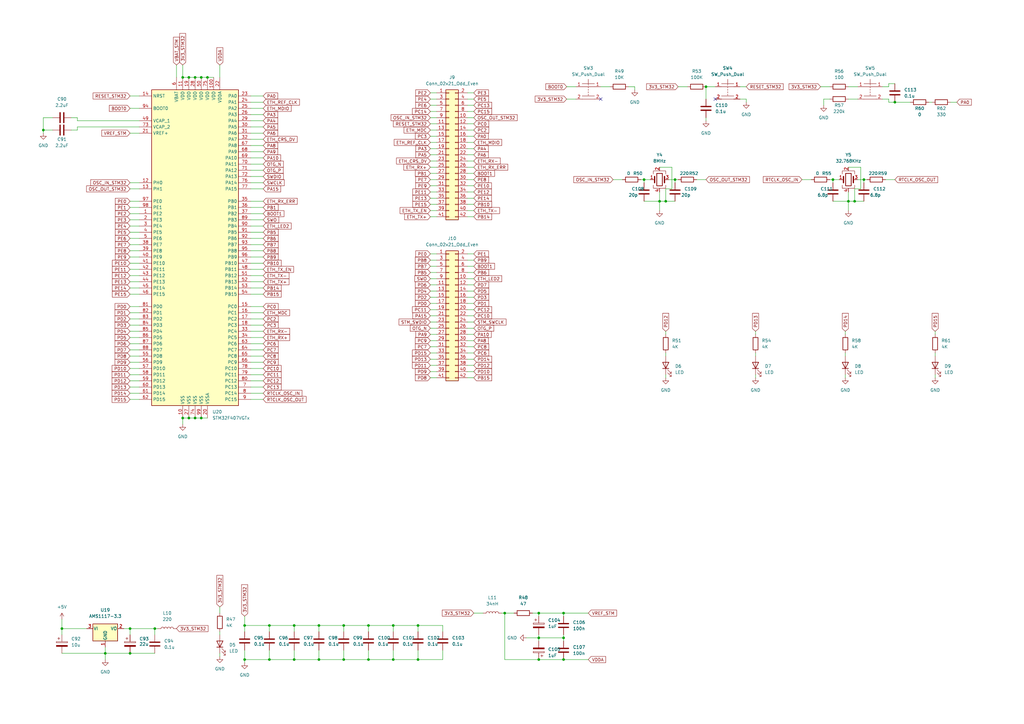
<source format=kicad_sch>
(kicad_sch (version 20211123) (generator eeschema)
  (paper "A3")
  (junction (at 220.98 270.51))
  (junction (at 231.14 270.51))
  (junction (at 43.18 267.97))
  (junction (at 53.34 257.81))
  (junction (at 82.55 171.45))
  (junction (at 231.14 251.46))
  (junction (at 85.09 31.75))
  (junction (at 161.29 270.51))
  (junction (at 120.65 256.54))
  (junction (at 151.13 256.54))
  (junction (at 77.47 31.75))
  (junction (at 74.93 171.45))
  (junction (at 220.98 251.46))
  (junction (at 110.49 270.51))
  (junction (at 25.4 257.81))
  (junction (at 264.16 73.66))
  (junction (at 171.45 270.51))
  (junction (at 347.98 82.55))
  (junction (at 171.45 256.54))
  (junction (at 80.01 171.45))
  (junction (at 354.33 73.66))
  (junction (at 207.01 251.46))
  (junction (at 220.98 261.62))
  (junction (at 53.34 267.97))
  (junction (at 350.52 82.55))
  (junction (at 231.14 261.62))
  (junction (at 130.81 270.51))
  (junction (at 140.97 270.51))
  (junction (at 82.55 31.75))
  (junction (at 63.5 257.81))
  (junction (at 110.49 256.54))
  (junction (at 276.86 73.66))
  (junction (at 100.33 270.51))
  (junction (at 367.03 41.91))
  (junction (at 80.01 31.75))
  (junction (at 74.93 31.75))
  (junction (at 151.13 270.51))
  (junction (at 270.51 82.55))
  (junction (at 289.56 35.56))
  (junction (at 77.47 171.45))
  (junction (at 120.65 270.51))
  (junction (at 17.78 53.34))
  (junction (at 130.81 256.54))
  (junction (at 161.29 256.54))
  (junction (at 273.05 82.55))
  (junction (at 100.33 256.54))
  (junction (at 140.97 256.54))
  (junction (at 341.63 73.66))
  (no_connect (at 246.38 40.64))
  (no_connect (at 293.37 40.64))
  (wire (pts (xy 130.81 256.54) (xy 140.97 256.54)))
  (wire (pts (xy 29.21 53.34) (xy 31.75 53.34)))
  (wire (pts (xy 191.77 73.66) (xy 194.31 73.66)))
  (wire (pts (xy 53.34 107.95) (xy 57.15 107.95)))
  (wire (pts (xy 383.54 144.78) (xy 383.54 146.05)))
  (wire (pts (xy 53.34 77.47) (xy 57.15 77.47)))
  (wire (pts (xy 176.53 154.94) (xy 179.07 154.94)))
  (wire (pts (xy 191.77 83.82) (xy 194.31 83.82)))
  (wire (pts (xy 74.93 26.67) (xy 74.93 31.75)))
  (wire (pts (xy 25.4 260.35) (xy 25.4 257.81)))
  (wire (pts (xy 191.77 63.5) (xy 194.31 63.5)))
  (wire (pts (xy 353.06 68.58) (xy 353.06 77.47)))
  (wire (pts (xy 140.97 256.54) (xy 140.97 259.08)))
  (wire (pts (xy 191.77 129.54) (xy 194.31 129.54)))
  (wire (pts (xy 364.49 40.64) (xy 364.49 41.91)))
  (wire (pts (xy 102.87 59.69) (xy 107.95 59.69)))
  (wire (pts (xy 347.98 40.64) (xy 351.79 40.64)))
  (wire (pts (xy 176.53 76.2) (xy 179.07 76.2)))
  (wire (pts (xy 53.34 115.57) (xy 57.15 115.57)))
  (wire (pts (xy 110.49 270.51) (xy 120.65 270.51)))
  (wire (pts (xy 191.77 60.96) (xy 194.31 60.96)))
  (wire (pts (xy 63.5 257.81) (xy 64.77 257.81)))
  (wire (pts (xy 181.61 256.54) (xy 181.61 259.08)))
  (wire (pts (xy 151.13 256.54) (xy 161.29 256.54)))
  (wire (pts (xy 176.53 106.68) (xy 179.07 106.68)))
  (wire (pts (xy 102.87 54.61) (xy 107.95 54.61)))
  (wire (pts (xy 140.97 266.7) (xy 140.97 270.51)))
  (wire (pts (xy 383.54 135.89) (xy 383.54 137.16)))
  (wire (pts (xy 130.81 256.54) (xy 130.81 259.08)))
  (wire (pts (xy 102.87 57.15) (xy 107.95 57.15)))
  (wire (pts (xy 191.77 76.2) (xy 194.31 76.2)))
  (wire (pts (xy 53.34 130.81) (xy 57.15 130.81)))
  (wire (pts (xy 251.46 73.66) (xy 255.27 73.66)))
  (wire (pts (xy 176.53 71.12) (xy 179.07 71.12)))
  (wire (pts (xy 53.34 105.41) (xy 57.15 105.41)))
  (wire (pts (xy 100.33 256.54) (xy 110.49 256.54)))
  (wire (pts (xy 176.53 152.4) (xy 179.07 152.4)))
  (wire (pts (xy 102.87 100.33) (xy 107.95 100.33)))
  (wire (pts (xy 176.53 147.32) (xy 179.07 147.32)))
  (wire (pts (xy 347.98 82.55) (xy 350.52 82.55)))
  (wire (pts (xy 347.98 82.55) (xy 347.98 86.36)))
  (wire (pts (xy 171.45 256.54) (xy 171.45 259.08)))
  (wire (pts (xy 53.34 54.61) (xy 57.15 54.61)))
  (wire (pts (xy 191.77 50.8) (xy 194.31 50.8)))
  (wire (pts (xy 275.59 77.47) (xy 273.05 77.47)))
  (wire (pts (xy 351.79 73.66) (xy 354.33 73.66)))
  (wire (pts (xy 257.81 35.56) (xy 260.35 35.56)))
  (wire (pts (xy 181.61 266.7) (xy 181.61 270.51)))
  (wire (pts (xy 191.77 45.72) (xy 194.31 45.72)))
  (wire (pts (xy 191.77 38.1) (xy 194.31 38.1)))
  (wire (pts (xy 102.87 74.93) (xy 107.95 74.93)))
  (wire (pts (xy 102.87 118.11) (xy 107.95 118.11)))
  (wire (pts (xy 102.87 143.51) (xy 107.95 143.51)))
  (wire (pts (xy 151.13 256.54) (xy 151.13 259.08)))
  (wire (pts (xy 53.34 156.21) (xy 57.15 156.21)))
  (wire (pts (xy 191.77 116.84) (xy 194.31 116.84)))
  (wire (pts (xy 53.34 260.35) (xy 53.34 257.81)))
  (wire (pts (xy 110.49 256.54) (xy 110.49 259.08)))
  (wire (pts (xy 231.14 260.35) (xy 231.14 261.62)))
  (wire (pts (xy 383.54 153.67) (xy 383.54 154.94)))
  (wire (pts (xy 53.34 39.37) (xy 57.15 39.37)))
  (wire (pts (xy 102.87 153.67) (xy 107.95 153.67)))
  (wire (pts (xy 191.77 149.86) (xy 194.31 149.86)))
  (wire (pts (xy 161.29 270.51) (xy 171.45 270.51)))
  (wire (pts (xy 102.87 77.47) (xy 107.95 77.47)))
  (wire (pts (xy 102.87 138.43) (xy 107.95 138.43)))
  (wire (pts (xy 17.78 53.34) (xy 17.78 48.26)))
  (wire (pts (xy 231.14 251.46) (xy 241.3 251.46)))
  (wire (pts (xy 102.87 102.87) (xy 107.95 102.87)))
  (wire (pts (xy 220.98 251.46) (xy 220.98 252.73)))
  (wire (pts (xy 306.07 40.64) (xy 306.07 41.91)))
  (wire (pts (xy 303.53 35.56) (xy 306.07 35.56)))
  (wire (pts (xy 264.16 82.55) (xy 270.51 82.55)))
  (wire (pts (xy 100.33 270.51) (xy 110.49 270.51)))
  (wire (pts (xy 191.77 104.14) (xy 194.31 104.14)))
  (wire (pts (xy 120.65 256.54) (xy 130.81 256.54)))
  (wire (pts (xy 346.71 153.67) (xy 346.71 154.94)))
  (wire (pts (xy 31.75 48.26) (xy 29.21 48.26)))
  (wire (pts (xy 102.87 64.77) (xy 107.95 64.77)))
  (wire (pts (xy 273.05 82.55) (xy 276.86 82.55)))
  (wire (pts (xy 176.53 134.62) (xy 179.07 134.62)))
  (wire (pts (xy 176.53 45.72) (xy 179.07 45.72)))
  (wire (pts (xy 264.16 73.66) (xy 266.7 73.66)))
  (wire (pts (xy 53.34 44.45) (xy 57.15 44.45)))
  (wire (pts (xy 194.31 251.46) (xy 198.12 251.46)))
  (wire (pts (xy 17.78 54.61) (xy 17.78 53.34)))
  (wire (pts (xy 90.17 248.92) (xy 90.17 251.46)))
  (wire (pts (xy 53.34 87.63) (xy 57.15 87.63)))
  (wire (pts (xy 176.53 43.18) (xy 179.07 43.18)))
  (wire (pts (xy 102.87 82.55) (xy 107.95 82.55)))
  (wire (pts (xy 273.05 153.67) (xy 273.05 154.94)))
  (wire (pts (xy 176.53 129.54) (xy 179.07 129.54)))
  (wire (pts (xy 191.77 88.9) (xy 194.31 88.9)))
  (wire (pts (xy 85.09 31.75) (xy 87.63 31.75)))
  (wire (pts (xy 43.18 267.97) (xy 43.18 265.43)))
  (wire (pts (xy 191.77 55.88) (xy 194.31 55.88)))
  (wire (pts (xy 276.86 73.66) (xy 278.13 73.66)))
  (wire (pts (xy 328.93 73.66) (xy 332.74 73.66)))
  (wire (pts (xy 80.01 171.45) (xy 82.55 171.45)))
  (wire (pts (xy 231.14 251.46) (xy 231.14 252.73)))
  (wire (pts (xy 53.34 135.89) (xy 57.15 135.89)))
  (wire (pts (xy 31.75 52.07) (xy 31.75 53.34)))
  (wire (pts (xy 191.77 71.12) (xy 194.31 71.12)))
  (wire (pts (xy 361.95 40.64) (xy 364.49 40.64)))
  (wire (pts (xy 102.87 92.71) (xy 107.95 92.71)))
  (wire (pts (xy 176.53 142.24) (xy 179.07 142.24)))
  (wire (pts (xy 102.87 72.39) (xy 107.95 72.39)))
  (wire (pts (xy 191.77 58.42) (xy 194.31 58.42)))
  (wire (pts (xy 207.01 251.46) (xy 210.82 251.46)))
  (wire (pts (xy 191.77 114.3) (xy 194.31 114.3)))
  (wire (pts (xy 191.77 134.62) (xy 194.31 134.62)))
  (wire (pts (xy 57.15 49.53) (xy 31.75 49.53)))
  (wire (pts (xy 102.87 146.05) (xy 107.95 146.05)))
  (wire (pts (xy 270.51 82.55) (xy 273.05 82.55)))
  (wire (pts (xy 77.47 31.75) (xy 80.01 31.75)))
  (wire (pts (xy 102.87 97.79) (xy 107.95 97.79)))
  (wire (pts (xy 347.98 68.58) (xy 353.06 68.58)))
  (wire (pts (xy 354.33 73.66) (xy 354.33 74.93)))
  (wire (pts (xy 353.06 77.47) (xy 350.52 77.47)))
  (wire (pts (xy 341.63 82.55) (xy 347.98 82.55)))
  (wire (pts (xy 274.32 73.66) (xy 276.86 73.66)))
  (wire (pts (xy 53.34 163.83) (xy 57.15 163.83)))
  (wire (pts (xy 289.56 48.26) (xy 289.56 49.53)))
  (wire (pts (xy 176.53 81.28) (xy 179.07 81.28)))
  (wire (pts (xy 354.33 73.66) (xy 355.6 73.66)))
  (wire (pts (xy 176.53 50.8) (xy 179.07 50.8)))
  (wire (pts (xy 341.63 73.66) (xy 344.17 73.66)))
  (wire (pts (xy 25.4 267.97) (xy 43.18 267.97)))
  (wire (pts (xy 191.77 132.08) (xy 194.31 132.08)))
  (wire (pts (xy 74.93 171.45) (xy 74.93 173.99)))
  (wire (pts (xy 191.77 86.36) (xy 194.31 86.36)))
  (wire (pts (xy 389.89 41.91) (xy 392.43 41.91)))
  (wire (pts (xy 191.77 154.94) (xy 194.31 154.94)))
  (wire (pts (xy 215.9 261.62) (xy 220.98 261.62)))
  (wire (pts (xy 191.77 137.16) (xy 194.31 137.16)))
  (wire (pts (xy 102.87 107.95) (xy 107.95 107.95)))
  (wire (pts (xy 53.34 128.27) (xy 57.15 128.27)))
  (wire (pts (xy 17.78 53.34) (xy 21.59 53.34)))
  (wire (pts (xy 102.87 105.41) (xy 107.95 105.41)))
  (wire (pts (xy 176.53 144.78) (xy 179.07 144.78)))
  (wire (pts (xy 364.49 34.29) (xy 367.03 34.29)))
  (wire (pts (xy 102.87 135.89) (xy 107.95 135.89)))
  (wire (pts (xy 102.87 85.09) (xy 107.95 85.09)))
  (wire (pts (xy 102.87 115.57) (xy 107.95 115.57)))
  (wire (pts (xy 191.77 111.76) (xy 194.31 111.76)))
  (wire (pts (xy 218.44 251.46) (xy 220.98 251.46)))
  (wire (pts (xy 53.34 85.09) (xy 57.15 85.09)))
  (wire (pts (xy 53.34 74.93) (xy 57.15 74.93)))
  (wire (pts (xy 270.51 82.55) (xy 270.51 86.36)))
  (wire (pts (xy 350.52 77.47) (xy 350.52 82.55)))
  (wire (pts (xy 176.53 137.16) (xy 179.07 137.16)))
  (wire (pts (xy 341.63 73.66) (xy 341.63 74.93)))
  (wire (pts (xy 102.87 133.35) (xy 107.95 133.35)))
  (wire (pts (xy 220.98 261.62) (xy 231.14 261.62)))
  (wire (pts (xy 100.33 252.73) (xy 100.33 256.54)))
  (wire (pts (xy 43.18 267.97) (xy 43.18 270.51)))
  (wire (pts (xy 191.77 119.38) (xy 194.31 119.38)))
  (wire (pts (xy 171.45 270.51) (xy 171.45 266.7)))
  (wire (pts (xy 102.87 128.27) (xy 107.95 128.27)))
  (wire (pts (xy 161.29 266.7) (xy 161.29 270.51)))
  (wire (pts (xy 191.77 124.46) (xy 194.31 124.46)))
  (wire (pts (xy 176.53 60.96) (xy 179.07 60.96)))
  (wire (pts (xy 176.53 104.14) (xy 179.07 104.14)))
  (wire (pts (xy 346.71 135.89) (xy 346.71 137.16)))
  (wire (pts (xy 53.34 113.03) (xy 57.15 113.03)))
  (wire (pts (xy 176.53 83.82) (xy 179.07 83.82)))
  (wire (pts (xy 278.13 35.56) (xy 281.94 35.56)))
  (wire (pts (xy 53.34 97.79) (xy 57.15 97.79)))
  (wire (pts (xy 191.77 142.24) (xy 194.31 142.24)))
  (wire (pts (xy 140.97 256.54) (xy 151.13 256.54)))
  (wire (pts (xy 246.38 35.56) (xy 250.19 35.56)))
  (wire (pts (xy 53.34 161.29) (xy 57.15 161.29)))
  (wire (pts (xy 53.34 110.49) (xy 57.15 110.49)))
  (wire (pts (xy 176.53 121.92) (xy 179.07 121.92)))
  (wire (pts (xy 31.75 49.53) (xy 31.75 48.26)))
  (wire (pts (xy 176.53 38.1) (xy 179.07 38.1)))
  (wire (pts (xy 102.87 125.73) (xy 107.95 125.73)))
  (wire (pts (xy 102.87 67.31) (xy 107.95 67.31)))
  (wire (pts (xy 191.77 152.4) (xy 194.31 152.4)))
  (wire (pts (xy 337.82 43.18) (xy 337.82 40.64)))
  (wire (pts (xy 102.87 110.49) (xy 107.95 110.49)))
  (wire (pts (xy 191.77 40.64) (xy 194.31 40.64)))
  (wire (pts (xy 53.34 125.73) (xy 57.15 125.73)))
  (wire (pts (xy 191.77 109.22) (xy 194.31 109.22)))
  (wire (pts (xy 102.87 148.59) (xy 107.95 148.59)))
  (wire (pts (xy 53.34 118.11) (xy 57.15 118.11)))
  (wire (pts (xy 363.22 73.66) (xy 367.03 73.66)))
  (wire (pts (xy 57.15 52.07) (xy 31.75 52.07)))
  (wire (pts (xy 120.65 259.08) (xy 120.65 256.54)))
  (wire (pts (xy 102.87 87.63) (xy 107.95 87.63)))
  (wire (pts (xy 102.87 113.03) (xy 107.95 113.03)))
  (wire (pts (xy 176.53 114.3) (xy 179.07 114.3)))
  (wire (pts (xy 102.87 120.65) (xy 107.95 120.65)))
  (wire (pts (xy 367.03 41.91) (xy 373.38 41.91)))
  (wire (pts (xy 275.59 68.58) (xy 275.59 77.47)))
  (wire (pts (xy 53.34 95.25) (xy 57.15 95.25)))
  (wire (pts (xy 220.98 251.46) (xy 231.14 251.46)))
  (wire (pts (xy 90.17 259.08) (xy 90.17 260.35)))
  (wire (pts (xy 176.53 119.38) (xy 179.07 119.38)))
  (wire (pts (xy 361.95 35.56) (xy 364.49 35.56)))
  (wire (pts (xy 53.34 148.59) (xy 57.15 148.59)))
  (wire (pts (xy 273.05 77.47) (xy 273.05 82.55)))
  (wire (pts (xy 102.87 130.81) (xy 107.95 130.81)))
  (wire (pts (xy 309.88 153.67) (xy 309.88 154.94)))
  (wire (pts (xy 273.05 144.78) (xy 273.05 146.05)))
  (wire (pts (xy 53.34 133.35) (xy 57.15 133.35)))
  (wire (pts (xy 140.97 270.51) (xy 151.13 270.51)))
  (wire (pts (xy 100.33 270.51) (xy 100.33 271.78)))
  (wire (pts (xy 364.49 41.91) (xy 367.03 41.91)))
  (wire (pts (xy 191.77 81.28) (xy 194.31 81.28)))
  (wire (pts (xy 289.56 35.56) (xy 293.37 35.56)))
  (wire (pts (xy 53.34 140.97) (xy 57.15 140.97)))
  (wire (pts (xy 63.5 257.81) (xy 63.5 260.35)))
  (wire (pts (xy 53.34 143.51) (xy 57.15 143.51)))
  (wire (pts (xy 102.87 49.53) (xy 107.95 49.53)))
  (wire (pts (xy 102.87 62.23) (xy 107.95 62.23)))
  (wire (pts (xy 207.01 270.51) (xy 220.98 270.51)))
  (wire (pts (xy 176.53 66.04) (xy 179.07 66.04)))
  (wire (pts (xy 191.77 121.92) (xy 194.31 121.92)))
  (wire (pts (xy 53.34 102.87) (xy 57.15 102.87)))
  (wire (pts (xy 176.53 109.22) (xy 179.07 109.22)))
  (wire (pts (xy 53.34 153.67) (xy 57.15 153.67)))
  (wire (pts (xy 176.53 86.36) (xy 179.07 86.36)))
  (wire (pts (xy 110.49 266.7) (xy 110.49 270.51)))
  (wire (pts (xy 260.35 35.56) (xy 260.35 36.83)))
  (wire (pts (xy 82.55 171.45) (xy 85.09 171.45)))
  (wire (pts (xy 270.51 68.58) (xy 275.59 68.58)))
  (wire (pts (xy 176.53 40.64) (xy 179.07 40.64)))
  (wire (pts (xy 53.34 100.33) (xy 57.15 100.33)))
  (wire (pts (xy 102.87 44.45) (xy 107.95 44.45)))
  (wire (pts (xy 176.53 53.34) (xy 179.07 53.34)))
  (wire (pts (xy 25.4 254) (xy 25.4 257.81)))
  (wire (pts (xy 161.29 256.54) (xy 171.45 256.54)))
  (wire (pts (xy 82.55 31.75) (xy 85.09 31.75)))
  (wire (pts (xy 207.01 251.46) (xy 207.01 270.51)))
  (wire (pts (xy 191.77 78.74) (xy 194.31 78.74)))
  (wire (pts (xy 346.71 144.78) (xy 346.71 146.05)))
  (wire (pts (xy 205.74 251.46) (xy 207.01 251.46)))
  (wire (pts (xy 176.53 127) (xy 179.07 127)))
  (wire (pts (xy 270.51 78.74) (xy 270.51 82.55)))
  (wire (pts (xy 176.53 78.74) (xy 179.07 78.74)))
  (wire (pts (xy 273.05 135.89) (xy 273.05 137.16)))
  (wire (pts (xy 25.4 257.81) (xy 35.56 257.81)))
  (wire (pts (xy 264.16 73.66) (xy 264.16 74.93)))
  (wire (pts (xy 171.45 256.54) (xy 181.61 256.54)))
  (wire (pts (xy 90.17 26.67) (xy 90.17 31.75)))
  (wire (pts (xy 303.53 40.64) (xy 306.07 40.64)))
  (wire (pts (xy 176.53 48.26) (xy 179.07 48.26)))
  (wire (pts (xy 53.34 146.05) (xy 57.15 146.05)))
  (wire (pts (xy 53.34 138.43) (xy 57.15 138.43)))
  (wire (pts (xy 176.53 68.58) (xy 179.07 68.58)))
  (wire (pts (xy 102.87 140.97) (xy 107.95 140.97)))
  (wire (pts (xy 102.87 39.37) (xy 107.95 39.37)))
  (wire (pts (xy 347.98 78.74) (xy 347.98 82.55)))
  (wire (pts (xy 176.53 149.86) (xy 179.07 149.86)))
  (wire (pts (xy 347.98 35.56) (xy 351.79 35.56)))
  (wire (pts (xy 102.87 95.25) (xy 107.95 95.25)))
  (wire (pts (xy 191.77 48.26) (xy 194.31 48.26)))
  (wire (pts (xy 151.13 270.51) (xy 161.29 270.51)))
  (wire (pts (xy 102.87 151.13) (xy 107.95 151.13)))
  (wire (pts (xy 350.52 82.55) (xy 354.33 82.55)))
  (wire (pts (xy 176.53 55.88) (xy 179.07 55.88)))
  (wire (pts (xy 176.53 116.84) (xy 179.07 116.84)))
  (wire (pts (xy 53.34 267.97) (xy 63.5 267.97)))
  (wire (pts (xy 102.87 156.21) (xy 107.95 156.21)))
  (wire (pts (xy 191.77 68.58) (xy 194.31 68.58)))
  (wire (pts (xy 191.77 127) (xy 194.31 127)))
  (wire (pts (xy 336.55 35.56) (xy 340.36 35.56)))
  (wire (pts (xy 102.87 69.85) (xy 107.95 69.85)))
  (wire (pts (xy 120.65 266.7) (xy 120.65 270.51)))
  (wire (pts (xy 191.77 139.7) (xy 194.31 139.7)))
  (wire (pts (xy 176.53 88.9) (xy 179.07 88.9)))
  (wire (pts (xy 340.36 73.66) (xy 341.63 73.66)))
  (wire (pts (xy 262.89 73.66) (xy 264.16 73.66)))
  (wire (pts (xy 191.77 147.32) (xy 194.31 147.32)))
  (wire (pts (xy 176.53 124.46) (xy 179.07 124.46)))
  (wire (pts (xy 289.56 35.56) (xy 289.56 40.64)))
  (wire (pts (xy 102.87 41.91) (xy 107.95 41.91)))
  (wire (pts (xy 191.77 144.78) (xy 194.31 144.78)))
  (wire (pts (xy 102.87 161.29) (xy 107.95 161.29)))
  (wire (pts (xy 90.17 267.97) (xy 90.17 269.24)))
  (wire (pts (xy 120.65 270.51) (xy 130.81 270.51)))
  (wire (pts (xy 74.93 31.75) (xy 77.47 31.75)))
  (wire (pts (xy 53.34 92.71) (xy 57.15 92.71)))
  (wire (pts (xy 176.53 132.08) (xy 179.07 132.08)))
  (wire (pts (xy 100.33 266.7) (xy 100.33 270.51)))
  (wire (pts (xy 53.34 257.81) (xy 63.5 257.81)))
  (wire (pts (xy 309.88 144.78) (xy 309.88 146.05)))
  (wire (pts (xy 191.77 66.04) (xy 194.31 66.04)))
  (wire (pts (xy 176.53 58.42) (xy 179.07 58.42)))
  (wire (pts (xy 276.86 73.66) (xy 276.86 74.93)))
  (wire (pts (xy 53.34 90.17) (xy 57.15 90.17)))
  (wire (pts (xy 17.78 48.26) (xy 21.59 48.26)))
  (wire (pts (xy 100.33 256.54) (xy 100.33 259.08)))
  (wire (pts (xy 102.87 90.17) (xy 107.95 90.17)))
  (wire (pts (xy 74.93 171.45) (xy 77.47 171.45)))
  (wire (pts (xy 130.81 270.51) (xy 140.97 270.51)))
  (wire (pts (xy 381 41.91) (xy 382.27 41.91)))
  (wire (pts (xy 43.18 267.97) (xy 53.34 267.97)))
  (wire (pts (xy 110.49 256.54) (xy 120.65 256.54)))
  (wire (pts (xy 181.61 270.51) (xy 171.45 270.51)))
  (wire (pts (xy 50.8 257.81) (xy 53.34 257.81)))
  (wire (pts (xy 220.98 260.35) (xy 220.98 261.62)))
  (wire (pts (xy 220.98 270.51) (xy 231.14 270.51)))
  (wire (pts (xy 220.98 261.62) (xy 220.98 262.89)))
  (wire (pts (xy 232.41 40.64) (xy 236.22 40.64)))
  (wire (pts (xy 161.29 259.08) (xy 161.29 256.54)))
  (wire (pts (xy 191.77 43.18) (xy 194.31 43.18)))
  (wire (pts (xy 364.49 35.56) (xy 364.49 34.29)))
  (wire (pts (xy 151.13 266.7) (xy 151.13 270.51)))
  (wire (pts (xy 232.41 35.56) (xy 236.22 35.56)))
  (wire (pts (xy 53.34 82.55) (xy 57.15 82.55)))
  (wire (pts (xy 176.53 139.7) (xy 179.07 139.7)))
  (wire (pts (xy 176.53 63.5) (xy 179.07 63.5)))
  (wire (pts (xy 102.87 46.99) (xy 107.95 46.99)))
  (wire (pts (xy 53.34 120.65) (xy 57.15 120.65)))
  (wire (pts (xy 285.75 73.66) (xy 289.56 73.66)))
  (wire (pts (xy 176.53 73.66) (xy 179.07 73.66)))
  (wire (pts (xy 130.81 266.7) (xy 130.81 270.51)))
  (wire (pts (xy 80.01 31.75) (xy 82.55 31.75)))
  (wire (pts (xy 53.34 158.75) (xy 57.15 158.75)))
  (wire (pts (xy 231.14 270.51) (xy 241.3 270.51)))
  (wire (pts (xy 231.14 261.62) (xy 231.14 262.89)))
  (wire (pts (xy 191.77 106.68) (xy 194.31 106.68)))
  (wire (pts (xy 176.53 111.76) (xy 179.07 111.76)))
  (wire (pts (xy 102.87 163.83) (xy 107.95 163.83)))
  (wire (pts (xy 72.39 26.67) (xy 72.39 31.75)))
  (wire (pts (xy 309.88 135.89) (xy 309.88 137.16)))
  (wire (pts (xy 77.47 171.45) (xy 80.01 171.45)))
  (wire (pts (xy 102.87 52.07) (xy 107.95 52.07)))
  (wire (pts (xy 53.34 151.13) (xy 57.15 151.13)))
  (wire (pts (xy 191.77 53.34) (xy 194.31 53.34)))
  (wire (pts (xy 102.87 158.75) (xy 107.95 158.75)))
  (wire (pts (xy 337.82 40.64) (xy 340.36 40.64)))
  (global_label "PD2" (shape input) (at 53.34 130.81 180) (property "Intersheet References" "${INTERSHEET_REFS}" (effects hide)))
  (global_label "ETH_RX_ERR" (shape input) (at 194.31 68.58 0) (property "Intersheet References" "${INTERSHEET_REFS}" (effects hide)))
  (global_label "PD7" (shape input) (at 194.31 116.84 0) (property "Intersheet References" "${INTERSHEET_REFS}" (effects hide)))
  (global_label "PE11" (shape input) (at 53.34 110.49 180) (property "Intersheet References" "${INTERSHEET_REFS}" (effects hide)))
  (global_label "PD3" (shape input) (at 53.34 133.35 180) (property "Intersheet References" "${INTERSHEET_REFS}" (effects hide)))
  (global_label "OTG_P" (shape input) (at 107.95 69.85 0) (property "Intersheet References" "${INTERSHEET_REFS}" (effects hide)))
  (global_label "PE15" (shape input) (at 176.53 83.82 180) (property "Intersheet References" "${INTERSHEET_REFS}" (effects hide)))
  (global_label "PA15" (shape input) (at 107.95 77.47 0) (property "Intersheet References" "${INTERSHEET_REFS}" (effects hide)))
  (global_label "PD5" (shape input) (at 53.34 138.43 180) (property "Intersheet References" "${INTERSHEET_REFS}" (effects hide)))
  (global_label "PD15" (shape input) (at 53.34 163.83 180) (property "Intersheet References" "${INTERSHEET_REFS}" (effects hide)))
  (global_label "ETH_MDC" (shape input) (at 107.95 128.27 0) (property "Intersheet References" "${INTERSHEET_REFS}" (effects hide)))
  (global_label "PC9" (shape input) (at 176.53 139.7 180) (property "Intersheet References" "${INTERSHEET_REFS}" (effects hide)))
  (global_label "3V3_STM32" (shape input) (at 232.41 40.64 180) (property "Intersheet References" "${INTERSHEET_REFS}" (effects hide)))
  (global_label "PD12" (shape input) (at 53.34 156.21 180) (property "Intersheet References" "${INTERSHEET_REFS}" (effects hide)))
  (global_label "ETH_RX-" (shape input) (at 107.95 135.89 0) (property "Intersheet References" "${INTERSHEET_REFS}" (effects hide)))
  (global_label "PA9" (shape input) (at 176.53 137.16 180) (property "Intersheet References" "${INTERSHEET_REFS}" (effects hide)))
  (global_label "PE11" (shape input) (at 176.53 78.74 180) (property "Intersheet References" "${INTERSHEET_REFS}" (effects hide)))
  (global_label "PB1" (shape input) (at 107.95 85.09 0) (property "Intersheet References" "${INTERSHEET_REFS}" (effects hide)))
  (global_label "PC7" (shape input) (at 176.53 142.24 180) (property "Intersheet References" "${INTERSHEET_REFS}" (effects hide)))
  (global_label "ETH_TX_EN" (shape input) (at 107.95 110.49 0) (property "Intersheet References" "${INTERSHEET_REFS}" (effects hide)))
  (global_label "PB10" (shape input) (at 194.31 83.82 0) (property "Intersheet References" "${INTERSHEET_REFS}" (effects hide)))
  (global_label "PD14" (shape input) (at 346.71 135.89 90) (property "Intersheet References" "${INTERSHEET_REFS}" (effects hide)))
  (global_label "VDDA" (shape input) (at 241.3 270.51 0) (property "Intersheet References" "${INTERSHEET_REFS}" (effects hide)))
  (global_label "ETH_CRS_DV" (shape input) (at 176.53 66.04 180) (property "Intersheet References" "${INTERSHEET_REFS}" (effects hide)))
  (global_label "PB15" (shape input) (at 194.31 154.94 0) (property "Intersheet References" "${INTERSHEET_REFS}" (effects hide)))
  (global_label "PE3" (shape input) (at 194.31 38.1 0) (property "Intersheet References" "${INTERSHEET_REFS}" (effects hide)))
  (global_label "PA3" (shape input) (at 176.53 60.96 180) (property "Intersheet References" "${INTERSHEET_REFS}" (effects hide)))
  (global_label "PA0" (shape input) (at 194.31 55.88 0) (property "Intersheet References" "${INTERSHEET_REFS}" (effects hide)))
  (global_label "RTCLK_OSC_IN" (shape input) (at 328.93 73.66 180) (property "Intersheet References" "${INTERSHEET_REFS}" (effects hide)))
  (global_label "PD2" (shape input) (at 176.53 121.92 180) (property "Intersheet References" "${INTERSHEET_REFS}" (effects hide)))
  (global_label "PD13" (shape input) (at 176.53 147.32 180) (property "Intersheet References" "${INTERSHEET_REFS}" (effects hide)))
  (global_label "BOOT1" (shape input) (at 194.31 71.12 0) (property "Intersheet References" "${INTERSHEET_REFS}" (effects hide)))
  (global_label "PE9" (shape input) (at 53.34 105.41 180) (property "Intersheet References" "${INTERSHEET_REFS}" (effects hide)))
  (global_label "ETH_TX+" (shape input) (at 107.95 115.57 0) (property "Intersheet References" "${INTERSHEET_REFS}" (effects hide)))
  (global_label "PD9" (shape input) (at 53.34 148.59 180) (property "Intersheet References" "${INTERSHEET_REFS}" (effects hide)))
  (global_label "ETH_REF_CLK" (shape input) (at 176.53 58.42 180) (property "Intersheet References" "${INTERSHEET_REFS}" (effects hide)))
  (global_label "ETH_RX+" (shape input) (at 176.53 68.58 180) (property "Intersheet References" "${INTERSHEET_REFS}" (effects hide)))
  (global_label "3V3_STM32" (shape input) (at 90.17 248.92 90) (property "Intersheet References" "${INTERSHEET_REFS}" (effects hide)))
  (global_label "PB6" (shape input) (at 107.95 97.79 0) (property "Intersheet References" "${INTERSHEET_REFS}" (effects hide)))
  (global_label "OSC_IN_STM32" (shape input) (at 53.34 74.93 180) (property "Intersheet References" "${INTERSHEET_REFS}" (effects hide)))
  (global_label "OTG_N" (shape input) (at 176.53 134.62 180) (property "Intersheet References" "${INTERSHEET_REFS}" (effects hide)))
  (global_label "PB10" (shape input) (at 107.95 107.95 0) (property "Intersheet References" "${INTERSHEET_REFS}" (effects hide)))
  (global_label "RTCLK_OSC_IN" (shape input) (at 107.95 161.29 0) (property "Intersheet References" "${INTERSHEET_REFS}" (effects hide)))
  (global_label "STM_SWCLK" (shape input) (at 194.31 132.08 0) (property "Intersheet References" "${INTERSHEET_REFS}" (effects hide)))
  (global_label "PA8" (shape input) (at 194.31 139.7 0) (property "Intersheet References" "${INTERSHEET_REFS}" (effects hide)))
  (global_label "PE0" (shape input) (at 53.34 82.55 180) (property "Intersheet References" "${INTERSHEET_REFS}" (effects hide)))
  (global_label "PE14" (shape input) (at 194.31 81.28 0) (property "Intersheet References" "${INTERSHEET_REFS}" (effects hide)))
  (global_label "ETH_TX+" (shape input) (at 176.53 88.9 180) (property "Intersheet References" "${INTERSHEET_REFS}" (effects hide)))
  (global_label "ETH_TX_EN" (shape input) (at 176.53 86.36 180) (property "Intersheet References" "${INTERSHEET_REFS}" (effects hide)))
  (global_label "PE7" (shape input) (at 53.34 100.33 180) (property "Intersheet References" "${INTERSHEET_REFS}" (effects hide)))
  (global_label "PD0" (shape input) (at 176.53 124.46 180) (property "Intersheet References" "${INTERSHEET_REFS}" (effects hide)))
  (global_label "PD1" (shape input) (at 53.34 128.27 180) (property "Intersheet References" "${INTERSHEET_REFS}" (effects hide)))
  (global_label "PB8" (shape input) (at 107.95 102.87 0) (property "Intersheet References" "${INTERSHEET_REFS}" (effects hide)))
  (global_label "PC8" (shape input) (at 107.95 146.05 0) (property "Intersheet References" "${INTERSHEET_REFS}" (effects hide)))
  (global_label "ETH_RX_ERR" (shape input) (at 107.95 82.55 0) (property "Intersheet References" "${INTERSHEET_REFS}" (effects hide)))
  (global_label "PA8" (shape input) (at 107.95 59.69 0) (property "Intersheet References" "${INTERSHEET_REFS}" (effects hide)))
  (global_label "PA6" (shape input) (at 194.31 63.5 0) (property "Intersheet References" "${INTERSHEET_REFS}" (effects hide)))
  (global_label "SWCLK" (shape input) (at 107.95 74.93 0) (property "Intersheet References" "${INTERSHEET_REFS}" (effects hide)))
  (global_label "PD3" (shape input) (at 194.31 121.92 0) (property "Intersheet References" "${INTERSHEET_REFS}" (effects hide)))
  (global_label "PC12" (shape input) (at 194.31 127 0) (property "Intersheet References" "${INTERSHEET_REFS}" (effects hide)))
  (global_label "PE3" (shape input) (at 53.34 90.17 180) (property "Intersheet References" "${INTERSHEET_REFS}" (effects hide)))
  (global_label "3V3_STM32" (shape input) (at 278.13 35.56 180) (property "Intersheet References" "${INTERSHEET_REFS}" (effects hide)))
  (global_label "PC11" (shape input) (at 176.53 127 180) (property "Intersheet References" "${INTERSHEET_REFS}" (effects hide)))
  (global_label "ETH_MDIO" (shape input) (at 194.31 58.42 0) (property "Intersheet References" "${INTERSHEET_REFS}" (effects hide)))
  (global_label "PD1" (shape input) (at 194.31 124.46 0) (property "Intersheet References" "${INTERSHEET_REFS}" (effects hide)))
  (global_label "PC2" (shape input) (at 107.95 130.81 0) (property "Intersheet References" "${INTERSHEET_REFS}" (effects hide)))
  (global_label "VREF_STM" (shape input) (at 241.3 251.46 0) (property "Intersheet References" "${INTERSHEET_REFS}" (effects hide)))
  (global_label "PC8" (shape input) (at 194.31 142.24 0) (property "Intersheet References" "${INTERSHEET_REFS}" (effects hide)))
  (global_label "3V3_STM32" (shape input) (at 336.55 35.56 180) (property "Intersheet References" "${INTERSHEET_REFS}" (effects hide)))
  (global_label "PA10" (shape input) (at 194.31 137.16 0) (property "Intersheet References" "${INTERSHEET_REFS}" (effects hide)))
  (global_label "PB14" (shape input) (at 194.31 88.9 0) (property "Intersheet References" "${INTERSHEET_REFS}" (effects hide)))
  (global_label "PD8" (shape input) (at 53.34 146.05 180) (property "Intersheet References" "${INTERSHEET_REFS}" (effects hide)))
  (global_label "PE8" (shape input) (at 53.34 102.87 180) (property "Intersheet References" "${INTERSHEET_REFS}" (effects hide)))
  (global_label "PB5" (shape input) (at 107.95 95.25 0) (property "Intersheet References" "${INTERSHEET_REFS}" (effects hide)))
  (global_label "PC3" (shape input) (at 107.95 133.35 0) (property "Intersheet References" "${INTERSHEET_REFS}" (effects hide)))
  (global_label "BOOT0" (shape input) (at 232.41 35.56 180) (property "Intersheet References" "${INTERSHEET_REFS}" (effects hide)))
  (global_label "PD14" (shape input) (at 53.34 161.29 180) (property "Intersheet References" "${INTERSHEET_REFS}" (effects hide)))
  (global_label "PA5" (shape input) (at 176.53 63.5 180) (property "Intersheet References" "${INTERSHEET_REFS}" (effects hide)))
  (global_label "PB15" (shape input) (at 107.95 120.65 0) (property "Intersheet References" "${INTERSHEET_REFS}" (effects hide)))
  (global_label "3V3_STM32" (shape input) (at 74.93 26.67 90) (property "Intersheet References" "${INTERSHEET_REFS}" (effects hide)))
  (global_label "PD13" (shape input) (at 309.88 135.89 90) (property "Intersheet References" "${INTERSHEET_REFS}" (effects hide)))
  (global_label "PE1" (shape input) (at 53.34 85.09 180) (property "Intersheet References" "${INTERSHEET_REFS}" (effects hide)))
  (global_label "PC7" (shape input) (at 107.95 143.51 0) (property "Intersheet References" "${INTERSHEET_REFS}" (effects hide)))
  (global_label "PC15" (shape input) (at 194.31 45.72 0) (property "Intersheet References" "${INTERSHEET_REFS}" (effects hide)))
  (global_label "ETH_TX-" (shape input) (at 194.31 86.36 0) (property "Intersheet References" "${INTERSHEET_REFS}" (effects hide)))
  (global_label "PE15" (shape input) (at 53.34 120.65 180) (property "Intersheet References" "${INTERSHEET_REFS}" (effects hide)))
  (global_label "ETH_CRS_DV" (shape input) (at 107.95 57.15 0) (property "Intersheet References" "${INTERSHEET_REFS}" (effects hide)))
  (global_label "BOOT0" (shape input) (at 53.34 44.45 180) (property "Intersheet References" "${INTERSHEET_REFS}" (effects hide)))
  (global_label "PD12" (shape input) (at 273.05 135.89 90) (property "Intersheet References" "${INTERSHEET_REFS}" (effects hide)))
  (global_label "OSC_OUT_STM32" (shape input) (at 194.31 48.26 0) (property "Intersheet References" "${INTERSHEET_REFS}" (effects hide)))
  (global_label "PE9" (shape input) (at 176.53 76.2 180) (property "Intersheet References" "${INTERSHEET_REFS}" (effects hide)))
  (global_label "PC6" (shape input) (at 194.31 144.78 0) (property "Intersheet References" "${INTERSHEET_REFS}" (effects hide)))
  (global_label "ETH_REF_CLK" (shape input) (at 107.95 41.91 0) (property "Intersheet References" "${INTERSHEET_REFS}" (effects hide)))
  (global_label "ETH_LED2" (shape input) (at 194.31 114.3 0) (property "Intersheet References" "${INTERSHEET_REFS}" (effects hide)))
  (global_label "PA4" (shape input) (at 107.95 49.53 0) (property "Intersheet References" "${INTERSHEET_REFS}" (effects hide)))
  (global_label "PE1" (shape input) (at 194.31 104.14 0) (property "Intersheet References" "${INTERSHEET_REFS}" (effects hide)))
  (global_label "PA3" (shape input) (at 107.95 46.99 0) (property "Intersheet References" "${INTERSHEET_REFS}" (effects hide)))
  (global_label "PA9" (shape input) (at 107.95 62.23 0) (property "Intersheet References" "${INTERSHEET_REFS}" (effects hide)))
  (global_label "PE7" (shape input) (at 176.53 73.66 180) (property "Intersheet References" "${INTERSHEET_REFS}" (effects hide)))
  (global_label "PA4" (shape input) (at 194.31 60.96 0) (property "Intersheet References" "${INTERSHEET_REFS}" (effects hide)))
  (global_label "ETH_TX-" (shape input) (at 107.95 113.03 0) (property "Intersheet References" "${INTERSHEET_REFS}" (effects hide)))
  (global_label "PB8" (shape input) (at 176.53 106.68 180) (property "Intersheet References" "${INTERSHEET_REFS}" (effects hide)))
  (global_label "PD4" (shape input) (at 53.34 135.89 180) (property "Intersheet References" "${INTERSHEET_REFS}" (effects hide)))
  (global_label "PC12" (shape input) (at 107.95 156.21 0) (property "Intersheet References" "${INTERSHEET_REFS}" (effects hide)))
  (global_label "PD11" (shape input) (at 53.34 153.67 180) (property "Intersheet References" "${INTERSHEET_REFS}" (effects hide)))
  (global_label "VDDA" (shape input) (at 90.17 26.67 90) (property "Intersheet References" "${INTERSHEET_REFS}" (effects hide)))
  (global_label "PE5" (shape input) (at 53.34 95.25 180) (property "Intersheet References" "${INTERSHEET_REFS}" (effects hide)))
  (global_label "PA6" (shape input) (at 107.95 54.61 0) (property "Intersheet References" "${INTERSHEET_REFS}" (effects hide)))
  (global_label "BOOT1" (shape input) (at 107.95 87.63 0) (property "Intersheet References" "${INTERSHEET_REFS}" (effects hide)))
  (global_label "STM_SWDIO" (shape input) (at 176.53 132.08 180) (property "Intersheet References" "${INTERSHEET_REFS}" (effects hide)))
  (global_label "SWO" (shape input) (at 107.95 90.17 0) (property "Intersheet References" "${INTERSHEET_REFS}" (effects hide)))
  (global_label "PC6" (shape input) (at 107.95 140.97 0) (property "Intersheet References" "${INTERSHEET_REFS}" (effects hide)))
  (global_label "PB9" (shape input) (at 107.95 105.41 0) (property "Intersheet References" "${INTERSHEET_REFS}" (effects hide)))
  (global_label "PD11" (shape input) (at 176.53 149.86 180) (property "Intersheet References" "${INTERSHEET_REFS}" (effects hide)))
  (global_label "PD15" (shape input) (at 176.53 144.78 180) (property "Intersheet References" "${INTERSHEET_REFS}" (effects hide)))
  (global_label "ETH_RX+" (shape input) (at 107.95 138.43 0) (property "Intersheet References" "${INTERSHEET_REFS}" (effects hide)))
  (global_label "ETH_LED2" (shape input) (at 107.95 92.71 0) (property "Intersheet References" "${INTERSHEET_REFS}" (effects hide)))
  (global_label "PD10" (shape input) (at 53.34 151.13 180) (property "Intersheet References" "${INTERSHEET_REFS}" (effects hide)))
  (global_label "PD7" (shape input) (at 53.34 143.51 180) (property "Intersheet References" "${INTERSHEET_REFS}" (effects hide)))
  (global_label "RESET_STM32" (shape input) (at 53.34 39.37 180) (property "Intersheet References" "${INTERSHEET_REFS}" (effects hide)))
  (global_label "VBAT_STM" (shape input) (at 72.39 26.67 90) (property "Intersheet References" "${INTERSHEET_REFS}" (effects hide)))
  (global_label "PE0" (shape input) (at 176.53 104.14 180) (property "Intersheet References" "${INTERSHEET_REFS}" (effects hide)))
  (global_label "PC0" (shape input) (at 194.31 50.8 0) (property "Intersheet References" "${INTERSHEET_REFS}" (effects hide)))
  (global_label "OSC_OUT_STM32" (shape input) (at 53.34 77.47 180) (property "Intersheet References" "${INTERSHEET_REFS}" (effects hide)))
  (global_label "PE13" (shape input) (at 53.34 115.57 180) (property "Intersheet References" "${INTERSHEET_REFS}" (effects hide)))
  (global_label "PC11" (shape input) (at 107.95 153.67 0) (property "Intersheet References" "${INTERSHEET_REFS}" (effects hide)))
  (global_label "PB6" (shape input) (at 194.31 111.76 0) (property "Intersheet References" "${INTERSHEET_REFS}" (effects hide)))
  (global_label "PD12" (shape input) (at 194.31 149.86 0) (property "Intersheet References" "${INTERSHEET_REFS}" (effects hide)))
  (global_label "PE2" (shape input) (at 53.34 87.63 180) (property "Intersheet References" "${INTERSHEET_REFS}" (effects hide)))
  (global_label "VREF_STM" (shape input) (at 53.34 54.61 180) (property "Intersheet References" "${INTERSHEET_REFS}" (effects hide)))
  (global_label "PD15" (shape input) (at 383.54 135.89 90) (property "Intersheet References" "${INTERSHEET_REFS}" (effects hide)))
  (global_label "3V3_STM32" (shape input) (at 100.33 252.73 90) (property "Intersheet References" "${INTERSHEET_REFS}" (effects hide)))
  (global_label "PE10" (shape input) (at 194.31 76.2 0) (property "Intersheet References" "${INTERSHEET_REFS}" (effects hide)))
  (global_label "PC0" (shape input) (at 107.95 125.73 0) (property "Intersheet References" "${INTERSHEET_REFS}" (effects hide)))
  (global_label "PE13" (shape input) (at 176.53 81.28 180) (property "Intersheet References" "${INTERSHEET_REFS}" (effects hide)))
  (global_label "PE14" (shape input) (at 53.34 118.11 180) (property "Intersheet References" "${INTERSHEET_REFS}" (effects hide)))
  (global_label "RTCLK_OSC_OUT" (shape input) (at 107.95 163.83 0) (property "Intersheet References" "${INTERSHEET_REFS}" (effects hide)))
  (global_label "PB14" (shape input) (at 107.95 118.11 0) (property "Intersheet References" "${INTERSHEET_REFS}" (effects hide)))
  (global_label "PD8" (shape input) (at 176.53 154.94 180) (property "Intersheet References" "${INTERSHEET_REFS}" (effects hide)))
  (global_label "PC9" (shape input) (at 107.95 148.59 0) (property "Intersheet References" "${INTERSHEET_REFS}" (effects hide)))
  (global_label "PE6" (shape input) (at 53.34 97.79 180) (property "Intersheet References" "${INTERSHEET_REFS}" (effects hide)))
  (global_label "PE4" (shape input) (at 176.53 40.64 180) (property "Intersheet References" "${INTERSHEET_REFS}" (effects hide)))
  (global_label "ETH_RX-" (shape input) (at 194.31 66.04 0) (property "Intersheet References" "${INTERSHEET_REFS}" (effects hide)))
  (global_label "PB7" (shape input) (at 107.95 100.33 0) (property "Intersheet References" "${INTERSHEET_REFS}" (effects hide)))
  (global_label "PA15" (shape input) (at 176.53 129.54 180) (property "Intersheet References" "${INTERSHEET_REFS}" (effects hide)))
  (global_label "ETH_MDIO" (shape input) (at 107.95 44.45 0) (property "Intersheet References" "${INTERSHEET_REFS}" (effects hide)))
  (global_label "PE5" (shape input) (at 194.31 40.64 0) (property "Intersheet References" "${INTERSHEET_REFS}" (effects hide)))
  (global_label "PA5" (shape input) (at 107.95 52.07 0) (property "Intersheet References" "${INTERSHEET_REFS}" (effects hide)))
  (global_label "RTCLK_OSC_OUT" (shape input) (at 367.03 73.66 0) (property "Intersheet References" "${INTERSHEET_REFS}" (effects hide)))
  (global_label "PD13" (shape input) (at 53.34 158.75 180) (property "Intersheet References" "${INTERSHEET_REFS}" (effects hide)))
  (global_label "PB7" (shape input) (at 176.53 109.22 180) (property "Intersheet References" "${INTERSHEET_REFS}" (effects hide)))
  (global_label "PE6" (shape input) (at 176.53 43.18 180) (property "Intersheet References" "${INTERSHEET_REFS}" (effects hide)))
  (global_label "PD9" (shape input) (at 176.53 152.4 180) (property "Intersheet References" "${INTERSHEET_REFS}" (effects hide)))
  (global_label "PD6" (shape input) (at 176.53 116.84 180) (property "Intersheet References" "${INTERSHEET_REFS}" (effects hide)))
  (global_label "PE4" (shape input) (at 53.34 92.71 180) (property "Intersheet References" "${INTERSHEET_REFS}" (effects hide)))
  (global_label "3V3_STM32" (shape input) (at 194.31 251.46 180) (property "Intersheet References" "${INTERSHEET_REFS}" (effects hide)))
  (global_label "SWDIO" (shape input) (at 107.95 72.39 0) (property "Intersheet References" "${INTERSHEET_REFS}" (effects hide)))
  (global_label "PC13" (shape input) (at 107.95 158.75 0) (property "Intersheet References" "${INTERSHEET_REFS}" (effects hide)))
  (global_label "PC10" (shape input) (at 107.95 151.13 0) (property "Intersheet References" "${INTERSHEET_REFS}" (effects hide)))
  (global_label "PC13" (shape input) (at 194.31 43.18 0) (property "Intersheet References" "${INTERSHEET_REFS}" (effects hide)))
  (global_label "OTG_N" (shape input) (at 107.95 67.31 0) (property "Intersheet References" "${INTERSHEET_REFS}" (effects hide)))
  (global_label "PD0" (shape input) (at 53.34 125.73 180) (property "Intersheet References" "${INTERSHEET_REFS}" (effects hide)))
  (global_label "OSC_OUT_STM32" (shape input) (at 289.56 73.66 0) (property "Intersheet References" "${INTERSHEET_REFS}" (effects hide)))
  (global_label "PC14" (shape input) (at 176.53 45.72 180) (property "Intersheet References" "${INTERSHEET_REFS}" (effects hide)))
  (global_label "PC3" (shape input) (at 176.53 55.88 180) (property "Intersheet References" "${INTERSHEET_REFS}" (effects hide)))
  (global_label "PE10" (shape input) (at 53.34 107.95 180) (property "Intersheet References" "${INTERSHEET_REFS}" (effects hide)))
  (global_label "ETH_MDC" (shape input) (at 176.53 53.34 180) (property "Intersheet References" "${INTERSHEET_REFS}" (effects hide)))
  (global_label "BOOT1" (shape input) (at 194.31 109.22 0) (property "Intersheet References" "${INTERSHEET_REFS}" (effects hide)))
  (global_label "SWO" (shape input) (at 176.53 114.3 180) (property "Intersheet References" "${INTERSHEET_REFS}" (effects hide)))
  (global_label "OSC_IN_STM32" (shape input) (at 176.53 48.26 180) (property "Intersheet References" "${INTERSHEET_REFS}" (effects hide)))
  (global_label "PB5" (shape input) (at 176.53 111.76 180) (property "Intersheet References" "${INTERSHEET_REFS}" (effects hide)))
  (global_label "PE12" (shape input) (at 53.34 113.03 180) (property "Intersheet References" "${INTERSHEET_REFS}" (effects hide)))
  (global_label "PE12" (shape input) (at 194.31 78.74 0) (property "Intersheet References" "${INTERSHEET_REFS}" (effects hide)))
  (global_label "PD6" (shape input) (at 53.34 140.97 180) (property "Intersheet References" "${INTERSHEET_REFS}" (effects hide)))
  (global_label "3V3_STM32" (shape input) (at 72.39 257.81 0) (property "Intersheet References" "${INTERSHEET_REFS}" (effects hide)))
  (global_label "PB9" (shape input) (at 194.31 106.68 0) (property "Intersheet References" "${INTERSHEET_REFS}" (effects hide)))
  (global_label "PD5" (shape input) (at 194.31 119.38 0) (property "Intersheet References" "${INTERSHEET_REFS}" (effects hide)))
  (global_label "RESET_STM32" (shape input) (at 306.07 35.56 0) (property "Intersheet References" "${INTERSHEET_REFS}" (effects hide)))
  (global_label "PD4" (shape input) (at 176.53 119.38 180) (property "Intersheet References" "${INTERSHEET_REFS}" (effects hide)))
  (global_label "PA0" (shape input) (at 107.95 39.37 0) (property "Intersheet References" "${INTERSHEET_REFS}" (effects hide)))
  (global_label "PC2" (shape input) (at 194.31 53.34 0) (property "Intersheet References" "${INTERSHEET_REFS}" (effects hide)))
  (global_label "OSC_IN_STM32" (shape input) (at 251.46 73.66 180) (property "Intersheet References" "${INTERSHEET_REFS}" (effects hide)))
  (global_label "PD10" (shape input) (at 194.31 152.4 0) (property "Intersheet References" "${INTERSHEET_REFS}" (effects hide)))
  (global_label "PA10" (shape input) (at 107.95 64.77 0) (property "Intersheet References" "${INTERSHEET_REFS}" (effects hide)))
  (global_label "PE8" (shape input) (at 194.31 73.66 0) (property "Intersheet References" "${INTERSHEET_REFS}" (effects hide)))
  (global_label "RESET_STM32" (shape input) (at 176.53 50.8 180) (property "Intersheet References" "${INTERSHEET_REFS}" (effects hide)))
  (global_label "OTG_P" (shape input) (at 194.31 134.62 0) (property "Intersheet References" "${INTERSHEET_REFS}" (effects hide)))
  (global_label "PC10" (shape input) (at 194.31 129.54 0) (property "Intersheet References" "${INTERSHEET_REFS}" (effects hide)))
  (global_label "PE2" (shape input) (at 176.53 38.1 180) (property "Intersheet References" "${INTERSHEET_REFS}" (effects hide)))
  (global_label "PB1" (shape input) (at 176.53 71.12 180) (property "Intersheet References" "${INTERSHEET_REFS}" (effects hide)))
  (global_label "PD14" (shape input) (at 194.31 147.32 0) (property "Intersheet References" "${INTERSHEET_REFS}" (effects hide)))
  (global_label "PA0" (shape input) (at 392.43 41.91 0) (property "Intersheet References" "${INTERSHEET_REFS}" (effects hide)))
  (symbol (lib_id "Device:Crystal_GND24") (at 347.98 73.66 0) (unit 1)
    (property "Reference" "Y5" (at 347.98 63.5 0))
    (property "Value" "32.768KHz" (at 347.98 66.04 0))
    (property "Footprint" "Crystal:Crystal_SMD_3225-4Pin_3.2x2.5mm" (effects hide))
  )
  (symbol (lib_id "Device:R") (at 383.54 140.97 0) (unit 1)
    (property "Reference" "R61" (at 386.08 139.6999 0) (effects (justify left)))
    (property "Value" "4K" (at 386.08 142.2399 0) (effects (justify left)))
    (property "Footprint" "Resistor_SMD:R_0603_1608Metric_Pad0.98x0.95mm_HandSolder" (effects hide))
  )
  (symbol (lib_id "power:GND") (at 270.51 86.36 0) (unit 1)
    (property "Reference" "#PWR088" (effects hide))
    (property "Value" "GND" (at 270.51 91.44 0))
  )
  (symbol (lib_id "Device:R") (at 309.88 140.97 0) (unit 1)
    (property "Reference" "R54" (at 312.42 139.6999 0) (effects (justify left)))
    (property "Value" "4K" (at 312.42 142.2399 0) (effects (justify left)))
    (property "Footprint" "Resistor_SMD:R_0603_1608Metric_Pad0.98x0.95mm_HandSolder" (effects hide))
  )
  (symbol (lib_id "Device:C") (at 181.61 262.89 0) (unit 1)
    (property "Reference" "C103" (at 185.42 261.6199 0) (effects (justify left)))
    (property "Value" "0.1u" (at 185.42 264.1599 0) (effects (justify left)))
    (property "Footprint" "Capacitor_SMD:C_0603_1608Metric_Pad1.08x0.95mm_HandSolder" (effects hide))
  )
  (symbol (lib_id "Device:C") (at 130.81 262.89 0) (unit 1)
    (property "Reference" "C98" (at 134.62 261.6199 0) (effects (justify left)))
    (property "Value" "0.1u" (at 134.62 264.1599 0) (effects (justify left)))
    (property "Footprint" "Capacitor_SMD:C_0603_1608Metric_Pad1.08x0.95mm_HandSolder" (effects hide))
  )
  (symbol (lib_id "power:GND") (at 74.93 173.99 0) (unit 1)
    (property "Reference" "#PWR083" (effects hide))
    (property "Value" "GND" (at 74.93 179.07 0))
  )
  (symbol (lib_id "Device:LED") (at 383.54 149.86 90) (unit 1)
    (property "Reference" "D9" (at 387.35 150.1774 90) (effects (justify right)))
    (property "Value" "LED" (at 387.35 152.7174 90) (effects (justify right)))
    (property "Footprint" "LED_SMD:LED_0805_2012Metric_Pad1.15x1.40mm_HandSolder" (effects hide))
  )
  (symbol (lib_id "Device:C_Polarized") (at 25.4 264.16 0) (unit 1)
    (property "Reference" "C92" (at 29.21 262.0009 0) (effects (justify left)))
    (property "Value" "10u" (at 29.21 264.5409 0) (effects (justify left)))
    (property "Footprint" "Capacitor_Tantalum_SMD:CP_EIA-6032-15_Kemet-U_Pad2.25x2.35mm_HandSolder" (effects hide))
  )
  (symbol (lib_id "Device:R") (at 90.17 255.27 0) (unit 1)
    (property "Reference" "R47" (at 92.71 253.9999 0) (effects (justify left)))
    (property "Value" "4K" (at 92.71 256.5399 0) (effects (justify left)))
    (property "Footprint" "Resistor_SMD:R_0603_1608Metric_Pad0.98x0.95mm_HandSolder" (effects hide))
  )
  (symbol (lib_id "Device:LED") (at 90.17 264.16 90) (unit 1)
    (property "Reference" "D5" (at 93.98 264.4774 90) (effects (justify right)))
    (property "Value" "LED" (at 93.98 267.0174 90) (effects (justify right)))
    (property "Footprint" "LED_SMD:LED_0805_2012Metric_Pad1.15x1.40mm_HandSolder" (effects hide))
  )
  (symbol (lib_id "Device:C") (at 171.45 262.89 0) (unit 1)
    (property "Reference" "C102" (at 175.26 261.6199 0) (effects (justify left)))
    (property "Value" "0.1u" (at 175.26 264.1599 0) (effects (justify left)))
    (property "Footprint" "Capacitor_SMD:C_0603_1608Metric_Pad1.08x0.95mm_HandSolder" (effects hide))
  )
  (symbol (lib_id "Device:R") (at 259.08 73.66 90) (unit 1)
    (property "Reference" "R50" (at 261.62 71.12 90))
    (property "Value" "0" (at 257.81 71.12 90))
    (property "Footprint" "Resistor_SMD:R_0603_1608Metric_Pad0.98x0.95mm_HandSolder" (effects hide))
  )
  (symbol (lib_id "Connector_Generic:Conn_02x21_Odd_Even") (at 184.15 129.54 0) (unit 1)
    (property "Reference" "J10" (at 185.42 97.79 0))
    (property "Value" "Conn_02x21_Odd_Even" (at 185.42 100.33 0))
    (property "Footprint" "Connector_PinHeader_2.54mm:PinHeader_2x21_P2.54mm_Vertical" (effects hide))
  )
  (symbol (lib_id "Device:R") (at 273.05 140.97 0) (unit 1)
    (property "Reference" "R51" (at 275.59 139.6999 0) (effects (justify left)))
    (property "Value" "4K" (at 275.59 142.2399 0) (effects (justify left)))
    (property "Footprint" "Resistor_SMD:R_0603_1608Metric_Pad0.98x0.95mm_HandSolder" (effects hide))
  )
  (symbol (lib_id "power:+5V") (at 25.4 254 0) (unit 1)
    (property "Reference" "#PWR081" (effects hide))
    (property "Value" "+5V" (at 25.4 248.92 0))
  )
  (symbol (lib_id "Device:C") (at 354.33 78.74 0) (unit 1)
    (property "Reference" "C112" (at 358.14 77.47 0) (effects (justify left)))
    (property "Value" "6.8p" (at 356.87 80.01 0) (effects (justify left)))
    (property "Footprint" "Capacitor_SMD:C_0603_1608Metric_Pad1.08x0.95mm_HandSolder" (effects hide))
  )
  (symbol (lib_id "power:GND") (at 17.78 54.61 0) (unit 1)
    (property "Reference" "#PWR080" (effects hide))
    (property "Value" "GND" (at 17.78 59.69 0))
  )
  (symbol (lib_id "power:GND") (at 273.05 154.94 0) (unit 1)
    (property "Reference" "#PWR089" (effects hide))
    (property "Value" "GND" (at 273.05 160.02 0))
  )
  (symbol (lib_id "Device:C") (at 231.14 266.7 0) (unit 1)
    (property "Reference" "C107" (at 234.95 265.4299 0) (effects (justify left)))
    (property "Value" "100n" (at 234.95 267.9699 0) (effects (justify left)))
    (property "Footprint" "Capacitor_SMD:C_0603_1608Metric_Pad1.08x0.95mm_HandSolder" (effects hide))
  )
  (symbol (lib_id "MCU_ST_STM32F4:STM32F407VGTx") (at 80.01 100.33 0) (unit 1)
    (property "Reference" "U20" (at 87.1094 168.91 0) (effects (justify left)))
    (property "Value" "STM32F407VGTx" (at 87.1094 171.45 0) (effects (justify left)))
    (property "Footprint" "Package_QFP:LQFP-100_14x14mm_P0.5mm" (effects hide))
    (property "Datasheet" "http://www.st.com/st-web-ui/static/active/en/resource/technical/document/datasheet/DM00037051.pdf" (effects hide))
  )
  (symbol (lib_id "power:GND") (at 347.98 86.36 0) (unit 1)
    (property "Reference" "#PWR095" (effects hide))
    (property "Value" "GND" (at 347.98 91.44 0))
  )
  (symbol (lib_id "power:GND") (at 309.88 154.94 0) (unit 1)
    (property "Reference" "#PWR092" (effects hide))
    (property "Value" "GND" (at 309.88 160.02 0))
  )
  (symbol (lib_id "power:GND") (at 100.33 271.78 0) (unit 1)
    (property "Reference" "#PWR085" (effects hide))
    (property "Value" "GND" (at 100.33 276.86 0))
  )
  (symbol (lib_id "Device:C") (at 100.33 262.89 0) (unit 1)
    (property "Reference" "C95" (at 104.14 261.6199 0) (effects (justify left)))
    (property "Value" "0.1u" (at 104.14 264.1599 0) (effects (justify left)))
    (property "Footprint" "Capacitor_SMD:C_0603_1608Metric_Pad1.08x0.95mm_HandSolder" (effects hide))
  )
  (symbol (lib_id "power:GND") (at 346.71 154.94 0) (unit 1)
    (property "Reference" "#PWR094" (effects hide))
    (property "Value" "GND" (at 346.71 160.02 0))
  )
  (symbol (lib_id "power:GND") (at 383.54 154.94 0) (unit 1)
    (property "Reference" "#PWR096" (effects hide))
    (property "Value" "GND" (at 383.54 160.02 0))
  )
  (symbol (lib_id "Device:L") (at 201.93 251.46 90) (unit 1)
    (property "Reference" "L11" (at 201.93 245.11 90))
    (property "Value" "34nH" (at 201.93 247.65 90))
    (property "Footprint" "Inductor_SMD:L_0805_2012Metric" (effects hide))
  )
  (symbol (lib_id "Device:R") (at 285.75 35.56 90) (unit 1)
    (property "Reference" "R53" (at 285.75 29.21 90))
    (property "Value" "100K" (at 285.75 31.75 90))
    (property "Footprint" "Resistor_SMD:R_0603_1608Metric_Pad0.98x0.95mm_HandSolder" (effects hide))
  )
  (symbol (lib_id "Device:C") (at 25.4 53.34 270) (unit 1)
    (property "Reference" "C91" (at 25.4 57.15 90))
    (property "Value" "2.2uF" (at 25.4 59.69 90))
    (property "Footprint" "Capacitor_SMD:C_0603_1608Metric_Pad1.08x0.95mm_HandSolder" (effects hide))
  )
  (symbol (lib_id "Device:R") (at 254 35.56 90) (unit 1)
    (property "Reference" "R49" (at 254 29.21 90))
    (property "Value" "10K" (at 254 31.75 90))
    (property "Footprint" "Resistor_SMD:R_0603_1608Metric_Pad0.98x0.95mm_HandSolder" (effects hide))
  )
  (symbol (lib_id "power:GND") (at 90.17 269.24 0) (unit 1)
    (property "Reference" "#PWR084" (effects hide))
    (property "Value" "GND" (at 90.17 274.32 0))
  )
  (symbol (lib_id "Device:C") (at 63.5 264.16 0) (unit 1)
    (property "Reference" "C94" (at 67.31 262.8899 0) (effects (justify left)))
    (property "Value" "0.1u" (at 67.31 265.4299 0) (effects (justify left)))
    (property "Footprint" "Capacitor_SMD:C_0805_2012Metric_Pad1.18x1.45mm_HandSolder" (effects hide))
  )
  (symbol (lib_id "Device:C") (at 120.65 262.89 0) (unit 1)
    (property "Reference" "C97" (at 124.46 261.6199 0) (effects (justify left)))
    (property "Value" "0.1u" (at 124.46 264.1599 0) (effects (justify left)))
    (property "Footprint" "Capacitor_SMD:C_0603_1608Metric_Pad1.08x0.95mm_HandSolder" (effects hide))
  )
  (symbol (lib_id "Device:Crystal_GND24") (at 270.51 73.66 0) (unit 1)
    (property "Reference" "Y4" (at 270.51 63.5 0))
    (property "Value" "8MHz" (at 270.51 66.04 0))
    (property "Footprint" "Crystal:Crystal_SMD_3225-4Pin_3.2x2.5mm" (effects hide))
  )
  (symbol (lib_id "Device:R") (at 281.94 73.66 90) (unit 1)
    (property "Reference" "R52" (at 284.48 71.12 90))
    (property "Value" "220" (at 280.67 71.12 90))
    (property "Footprint" "Resistor_SMD:R_0603_1608Metric_Pad0.98x0.95mm_HandSolder" (effects hide))
  )
  (symbol (lib_id "Device:R") (at 214.63 251.46 90) (unit 1)
    (property "Reference" "R48" (at 214.63 245.11 90))
    (property "Value" "47" (at 214.63 247.65 90))
    (property "Footprint" "Resistor_SMD:R_0603_1608Metric_Pad0.98x0.95mm_HandSolder" (effects hide))
  )
  (symbol (lib_id "Device:C") (at 161.29 262.89 0) (unit 1)
    (property "Reference" "C101" (at 165.1 261.6199 0) (effects (justify left)))
    (property "Value" "0.1u" (at 165.1 264.1599 0) (effects (justify left)))
    (property "Footprint" "Capacitor_SMD:C_0603_1608Metric_Pad1.08x0.95mm_HandSolder" (effects hide))
  )
  (symbol (lib_id "Device:C") (at 367.03 38.1 0) (unit 1)
    (property "Reference" "C113" (at 370.84 36.8299 0) (effects (justify left)))
    (property "Value" "0.1u" (at 370.84 39.3699 0) (effects (justify left)))
    (property "Footprint" "Capacitor_SMD:C_0603_1608Metric_Pad1.08x0.95mm_HandSolder" (effects hide))
  )
  (symbol (lib_id "Device:R") (at 377.19 41.91 90) (unit 1)
    (property "Reference" "R60" (at 377.19 44.45 90))
    (property "Value" "0" (at 377.19 46.99 90))
    (property "Footprint" "Resistor_SMD:R_0603_1608Metric_Pad0.98x0.95mm_HandSolder" (effects hide))
  )
  (symbol (lib_id "power:GND") (at 215.9 261.62 270) (unit 1)
    (property "Reference" "#PWR086" (effects hide))
    (property "Value" "GND" (at 212.09 261.6199 90) (effects (justify right)))
  )
  (symbol (lib_id "Device:C_Polarized") (at 53.34 264.16 0) (unit 1)
    (property "Reference" "C93" (at 57.15 262.0009 0) (effects (justify left)))
    (property "Value" "22u" (at 57.15 264.16 0) (effects (justify left)))
    (property "Footprint" "Capacitor_Tantalum_SMD:CP_EIA-6032-15_Kemet-U_Pad2.25x2.35mm_HandSolder" (effects hide))
  )
  (symbol (lib_id "power:GND") (at 260.35 36.83 0) (unit 1)
    (property "Reference" "#PWR087" (effects hide))
    (property "Value" "GND" (at 260.35 41.91 0))
  )
  (symbol (lib_id "Device:R") (at 344.17 40.64 90) (unit 1)
    (property "Reference" "R57" (at 344.17 43.18 90))
    (property "Value" "220k" (at 344.17 45.72 90))
    (property "Footprint" "Resistor_SMD:R_0603_1608Metric_Pad0.98x0.95mm_HandSolder" (effects hide))
  )
  (symbol (lib_id "Device:L") (at 68.58 257.81 90) (unit 1)
    (property "Reference" "L10" (at 68.58 251.46 90))
    (property "Value" "220" (at 68.58 254 90))
    (property "Footprint" "Inductor_SMD:L_2010_5025Metric_Pad1.52x2.65mm_HandSolder" (effects hide))
  )
  (symbol (lib_id "Device:C_Polarized") (at 220.98 256.54 0) (unit 1)
    (property "Reference" "C104" (at 224.79 254.3809 0) (effects (justify left)))
    (property "Value" "1uF" (at 224.79 256.9209 0) (effects (justify left)))
    (property "Footprint" "Capacitor_SMD:C_0805_2012Metric_Pad1.18x1.45mm_HandSolder" (effects hide))
  )
  (symbol (lib_id "power:GND") (at 289.56 49.53 0) (unit 1)
    (property "Reference" "#PWR090" (effects hide))
    (property "Value" "GND" (at 289.56 54.61 0))
  )
  (symbol (lib_id "Device:C") (at 264.16 78.74 0) (unit 1)
    (property "Reference" "C108" (at 259.08 77.47 0) (effects (justify left)))
    (property "Value" "20p" (at 257.81 80.01 0) (effects (justify left)))
    (property "Footprint" "Capacitor_SMD:C_0603_1608Metric_Pad1.08x0.95mm_HandSolder" (effects hide))
  )
  (symbol (lib_id "power:GND") (at 43.18 270.51 0) (unit 1)
    (property "Reference" "#PWR082" (effects hide))
    (property "Value" "GND" (at 43.18 275.59 0))
  )
  (symbol (lib_id "Device:R") (at 386.08 41.91 90) (unit 1)
    (property "Reference" "R62" (at 386.08 44.45 90))
    (property "Value" "330" (at 386.08 46.99 90))
    (property "Footprint" "Resistor_SMD:R_0603_1608Metric_Pad0.98x0.95mm_HandSolder" (effects hide))
  )
  (symbol (lib_id "Device:C") (at 140.97 262.89 0) (unit 1)
    (property "Reference" "C99" (at 144.78 261.6199 0) (effects (justify left)))
    (property "Value" "0.1u" (at 144.78 264.1599 0) (effects (justify left)))
    (property "Footprint" "Capacitor_SMD:C_0603_1608Metric_Pad1.08x0.95mm_HandSolder" (effects hide))
  )
  (symbol (lib_id "power:GND") (at 306.07 41.91 0) (unit 1)
    (property "Reference" "#PWR091" (effects hide))
    (property "Value" "GND" (at 306.07 46.99 0))
  )
  (symbol (lib_id "Device:R") (at 336.55 73.66 90) (unit 1)
    (property "Reference" "R55" (at 339.09 71.12 90))
    (property "Value" "0" (at 335.28 71.12 90))
    (property "Footprint" "Resistor_SMD:R_0603_1608Metric_Pad0.98x0.95mm_HandSolder" (effects hide))
  )
  (symbol (lib_id "Regulator_Linear:AMS1117-3.3") (at 43.18 257.81 0) (unit 1)
    (property "Reference" "U19" (at 43.18 250.19 0))
    (property "Value" "AMS1117-3.3" (at 43.18 252.73 0))
    (property "Footprint" "Package_TO_SOT_SMD:SOT-223-3_TabPin2" (effects hide))
    (property "Datasheet" "http://www.advanced-monolithic.com/pdf/ds1117.pdf" (effects hide))
  )
  (symbol (lib_id "Device:LED") (at 346.71 149.86 90) (unit 1)
    (property "Reference" "D8" (at 350.52 150.1774 90) (effects (justify right)))
    (property "Value" "LED" (at 350.52 152.7174 90) (effects (justify right)))
    (property "Footprint" "LED_SMD:LED_0805_2012Metric_Pad1.15x1.40mm_HandSolder" (effects hide))
  )
  (symbol (lib_id "Connector_Generic:Conn_02x21_Odd_Even") (at 184.15 63.5 0) (unit 1)
    (property "Reference" "J9" (at 185.42 31.75 0))
    (property "Value" "Conn_02x21_Odd_Even" (at 185.42 34.29 0))
    (property "Footprint" "Connector_PinHeader_2.54mm:PinHeader_2x21_P2.54mm_Vertical" (effects hide))
  )
  (symbol (lib_id "Device:C") (at 276.86 78.74 0) (unit 1)
    (property "Reference" "C109" (at 280.67 77.47 0) (effects (justify left)))
    (property "Value" "20p" (at 279.4 80.01 0) (effects (justify left)))
    (property "Footprint" "Capacitor_SMD:C_0603_1608Metric_Pad1.08x0.95mm_HandSolder" (effects hide))
  )
  (symbol (lib_name "SW_Push_Dual_1") (lib_id "Switch:SW_Push_Dual") (at 298.45 35.56 0) (unit 1)
    (property "Reference" "SW4" (at 298.45 27.94 0))
    (property "Value" "SW_Push_Dual" (at 298.45 30.48 0))
    (property "Footprint" "Button_Switch_SMD:SW_Push_1P1T_NO_6x6mm_H9.5mm" (effects hide))
  )
  (symbol (lib_id "Device:C") (at 151.13 262.89 0) (unit 1)
    (property "Reference" "C100" (at 154.94 261.6199 0) (effects (justify left)))
    (property "Value" "0.1u" (at 154.94 264.1599 0) (effects (justify left)))
    (property "Footprint" "Capacitor_SMD:C_0603_1608Metric_Pad1.08x0.95mm_HandSolder" (effects hide))
  )
  (symbol (lib_id "Device:C") (at 289.56 44.45 0) (unit 1)
    (property "Reference" "C110" (at 293.37 43.1799 0) (effects (justify left)))
    (property "Value" "0.1u" (at 293.37 45.7199 0) (effects (justify left)))
    (property "Footprint" "Capacitor_SMD:C_0603_1608Metric_Pad1.08x0.95mm_HandSolder" (effects hide))
  )
  (symbol (lib_id "Device:LED") (at 273.05 149.86 90) (unit 1)
    (property "Reference" "D6" (at 276.86 150.1774 90) (effects (justify right)))
    (property "Value" "LED" (at 276.86 152.7174 90) (effects (justify right)))
    (property "Footprint" "LED_SMD:LED_0805_2012Metric_Pad1.15x1.40mm_HandSolder" (effects hide))
  )
  (symbol (lib_id "Device:R") (at 359.41 73.66 90) (unit 1)
    (property "Reference" "R59" (at 361.95 71.12 90))
    (property "Value" "220" (at 358.14 71.12 90))
    (property "Footprint" "Resistor_SMD:R_0603_1608Metric_Pad0.98x0.95mm_HandSolder" (effects hide))
  )
  (symbol (lib_id "Device:R") (at 344.17 35.56 90) (unit 1)
    (property "Reference" "R56" (at 344.17 29.21 90))
    (property "Value" "100" (at 344.17 31.75 90))
    (property "Footprint" "Resistor_SMD:R_0603_1608Metric_Pad0.98x0.95mm_HandSolder" (effects hide))
  )
  (symbol (lib_name "SW_Push_Dual_1") (lib_id "Switch:SW_Push_Dual") (at 241.3 35.56 0) (unit 1)
    (property "Reference" "SW3" (at 241.3 27.94 0))
    (property "Value" "SW_Push_Dual" (at 241.3 30.48 0))
    (property "Footprint" "Button_Switch_SMD:SW_Push_1P1T_NO_6x6mm_H9.5mm" (effects hide))
  )
  (symbol (lib_id "Device:C") (at 25.4 48.26 90) (unit 1)
    (property "Reference" "C90" (at 25.4 40.64 90))
    (property "Value" "2.2uF" (at 25.4 43.18 90))
    (property "Footprint" "Capacitor_SMD:C_0603_1608Metric_Pad1.08x0.95mm_HandSolder" (effects hide))
  )
  (symbol (lib_id "Device:C") (at 110.49 262.89 0) (unit 1)
    (property "Reference" "C96" (at 114.3 261.6199 0) (effects (justify left)))
    (property "Value" "0.1u" (at 114.3 264.1599 0) (effects (justify left)))
    (property "Footprint" "Capacitor_SMD:C_0603_1608Metric_Pad1.08x0.95mm_HandSolder" (effects hide))
  )
  (symbol (lib_id "Device:C") (at 231.14 256.54 0) (unit 1)
    (property "Reference" "C106" (at 234.95 255.2699 0) (effects (justify left)))
    (property "Value" "100n" (at 234.95 257.8099 0) (effects (justify left)))
    (property "Footprint" "Capacitor_SMD:C_0603_1608Metric_Pad1.08x0.95mm_HandSolder" (effects hide))
  )
  (symbol (lib_name "SW_Push_Dual_1") (lib_id "Switch:SW_Push_Dual") (at 356.87 35.56 0) (unit 1)
    (property "Reference" "SW5" (at 356.87 27.94 0))
    (property "Value" "SW_Push_Dual" (at 356.87 30.48 0))
    (property "Footprint" "Button_Switch_SMD:SW_Push_1P1T_NO_6x6mm_H9.5mm" (effects hide))
  )
  (symbol (lib_id "Device:LED") (at 309.88 149.86 90) (unit 1)
    (property "Reference" "D7" (at 313.69 150.1774 90) (effects (justify right)))
    (property "Value" "LED" (at 313.69 152.7174 90) (effects (justify right)))
    (property "Footprint" "LED_SMD:LED_0805_2012Metric_Pad1.15x1.40mm_HandSolder" (effects hide))
  )
  (symbol (lib_id "Device:R") (at 346.71 140.97 0) (unit 1)
    (property "Reference" "R58" (at 349.25 139.6999 0) (effects (justify left)))
    (property "Value" "4K" (at 349.25 142.2399 0) (effects (justify left)))
    (property "Footprint" "Resistor_SMD:R_0603_1608Metric_Pad0.98x0.95mm_HandSolder" (effects hide))
  )
  (symbol (lib_id "Device:C_Polarized") (at 220.98 266.7 180) (unit 1)
    (property "Reference" "C105" (at 224.79 266.3189 0) (effects (justify right)))
    (property "Value" "1uF" (at 224.79 268.8589 0) (effects (justify right)))
    (property "Footprint" "Capacitor_SMD:C_0805_2012Metric_Pad1.18x1.45mm_HandSolder" (effects hide))
  )
  (symbol (lib_id "Device:C") (at 341.63 78.74 0) (unit 1)
    (property "Reference" "C111" (at 336.55 77.47 0) (effects (justify left)))
    (property "Value" "6.8p" (at 335.28 80.01 0) (effects (justify left)))
    (property "Footprint" "Capacitor_SMD:C_0603_1608Metric_Pad1.08x0.95mm_HandSolder" (effects hide))
  )
  (symbol (lib_id "power:GND") (at 337.82 43.18 0) (unit 1)
    (property "Reference" "#PWR093" (effects hide))
    (property "Value" "GND" (at 337.82 48.26 0))
  )
)
</source>
